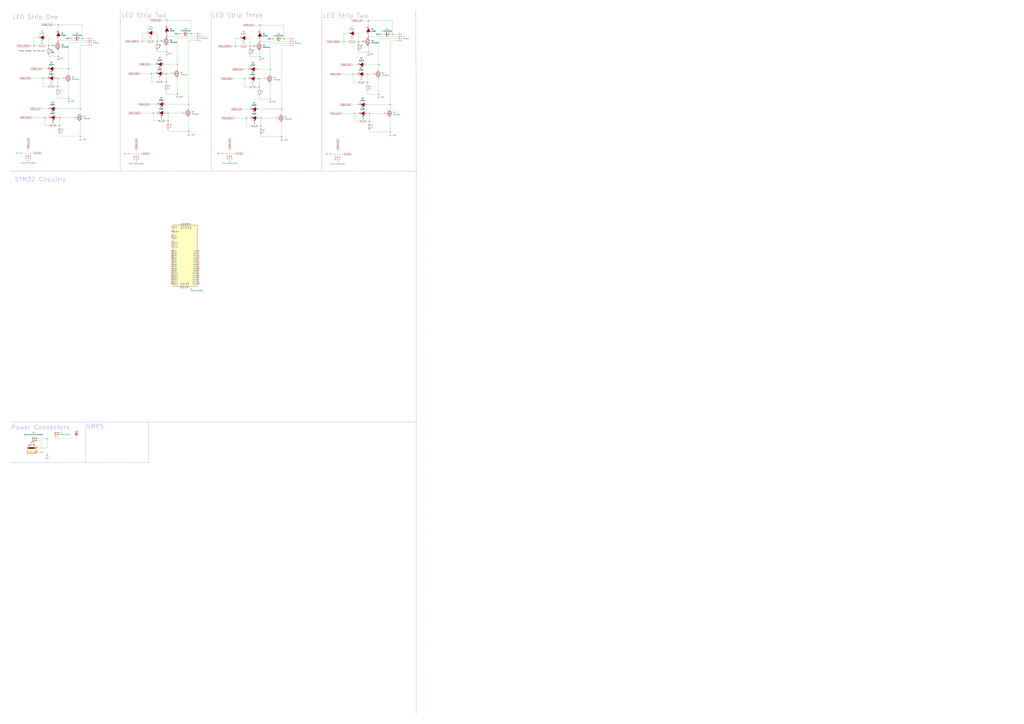
<source format=kicad_sch>
(kicad_sch (version 20211123) (generator eeschema)
  (paper "A0")
  (lib_symbols
    (symbol "Connector:Conn_01x03_Male" (pin_names (offset 1.016) hide)
      (property "Reference" "J" (at 0 5.08 0))
      (property "Value" "Conn_01x03_Male" (at 0 -5.08 0))
      (symbol "Conn_01x03_Male_1_1"
        (polyline (pts (xy 1.27 -2.54) (xy 0.8636 -2.54)) (stroke (width 0.1524)))
        (polyline (pts (xy 1.27 0) (xy 0.8636 0)) (stroke (width 0.1524)))
        (polyline (pts (xy 1.27 2.54) (xy 0.8636 2.54)) (stroke (width 0.1524)))
        (rectangle (start 0.8636 -2.413) (end 0 -2.667) (stroke (width 0.1524)) (fill (type outline)))
        (rectangle (start 0.8636 0.127) (end 0 -0.127) (stroke (width 0.1524)) (fill (type outline)))
        (rectangle (start 0.8636 2.667) (end 0 2.413) (stroke (width 0.1524)) (fill (type outline)))
        (pin passive line (at 5.08 2.54 180) (length 3.81) (name "Pin_1") (number "1"))
        (pin passive line (at 5.08 0 180) (length 3.81) (name "Pin_2") (number "2"))
        (pin passive line (at 5.08 -2.54 180) (length 3.81) (name "Pin_3") (number "3"))
      )
    )
    (symbol "Connector:Conn_01x04_Male" (pin_names (offset 1.016) hide)
      (property "Reference" "J" (at 0 5.08 0))
      (property "Value" "Conn_01x04_Male" (at 0 -7.62 0))
      (symbol "Conn_01x04_Male_1_1"
        (polyline (pts (xy 1.27 -5.08) (xy 0.8636 -5.08)) (stroke (width 0.1524)))
        (polyline (pts (xy 1.27 -2.54) (xy 0.8636 -2.54)) (stroke (width 0.1524)))
        (polyline (pts (xy 1.27 0) (xy 0.8636 0)) (stroke (width 0.1524)))
        (polyline (pts (xy 1.27 2.54) (xy 0.8636 2.54)) (stroke (width 0.1524)))
        (rectangle (start 0.8636 -4.953) (end 0 -5.207) (stroke (width 0.1524)) (fill (type outline)))
        (rectangle (start 0.8636 -2.413) (end 0 -2.667) (stroke (width 0.1524)) (fill (type outline)))
        (rectangle (start 0.8636 0.127) (end 0 -0.127) (stroke (width 0.1524)) (fill (type outline)))
        (rectangle (start 0.8636 2.667) (end 0 2.413) (stroke (width 0.1524)) (fill (type outline)))
        (pin passive line (at 5.08 2.54 180) (length 3.81) (name "Pin_1") (number "1"))
        (pin passive line (at 5.08 0 180) (length 3.81) (name "Pin_2") (number "2"))
        (pin passive line (at 5.08 -2.54 180) (length 3.81) (name "Pin_3") (number "3"))
        (pin passive line (at 5.08 -5.08 180) (length 3.81) (name "Pin_4") (number "4"))
      )
    )
    (symbol "Connector:Jack-DC" (pin_names (offset 1.016))
      (property "Reference" "J" (at 0 5.334 0))
      (property "Value" "Jack-DC" (at 0 -5.08 0))
      (symbol "Jack-DC_0_1"
        (rectangle (start -5.08 3.81) (end 5.08 -3.81) (stroke (width 0.254)) (fill (type background)))
        (arc (start -3.302 3.175) (mid -3.937 2.54) (end -3.302 1.905) (stroke (width 0.254)))
        (arc (start -3.302 3.175) (mid -3.937 2.54) (end -3.302 1.905) (stroke (width 0.254)) (fill (type outline)))
        (polyline (pts (xy 5.08 2.54) (xy 3.81 2.54)) (stroke (width 0.254)))
        (polyline (pts (xy -3.81 -2.54) (xy -2.54 -2.54) (xy -1.27 -1.27) (xy 0 -2.54) (xy 2.54 -2.54) (xy 5.08 -2.54)) (stroke (width 0.254)))
        (rectangle (start 3.683 3.175) (end -3.302 1.905) (stroke (width 0.254)) (fill (type outline)))
      )
      (symbol "Jack-DC_1_1"
        (pin passive line (at 7.62 2.54 180) (length 2.54) (name "~") (number "1"))
        (pin passive line (at 7.62 -2.54 180) (length 2.54) (name "~") (number "2"))
      )
    )
    (symbol "Connector:Screw_Terminal_01x02" (pin_names (offset 1.016) hide)
      (property "Reference" "J" (at 0 2.54 0))
      (property "Value" "Screw_Terminal_01x02" (at 0 -5.08 0))
      (symbol "Screw_Terminal_01x02_1_1"
        (rectangle (start -1.27 1.27) (end 1.27 -3.81) (stroke (width 0.254)) (fill (type background)))
        (circle (center 0 -2.54) (radius 0.635) (stroke (width 0.1524)))
        (polyline (pts (xy -0.5334 -2.2098) (xy 0.3302 -3.048)) (stroke (width 0.1524)))
        (polyline (pts (xy -0.5334 0.3302) (xy 0.3302 -0.508)) (stroke (width 0.1524)))
        (polyline (pts (xy -0.3556 -2.032) (xy 0.508 -2.8702)) (stroke (width 0.1524)))
        (polyline (pts (xy -0.3556 0.508) (xy 0.508 -0.3302)) (stroke (width 0.1524)))
        (circle (center 0 0) (radius 0.635) (stroke (width 0.1524)))
        (pin passive line (at -5.08 0 0) (length 3.81) (name "Pin_1") (number "1"))
        (pin passive line (at -5.08 -2.54 0) (length 3.81) (name "Pin_2") (number "2"))
      )
    )
    (symbol "Device:C_Polarized" (pin_numbers hide) (pin_names (offset 0.254))
      (property "Reference" "C" (at 0.635 2.54 0))
      (property "Value" "C_Polarized" (at 0.635 -2.54 0))
      (symbol "C_Polarized_0_1"
        (rectangle (start -2.286 0.508) (end 2.286 1.016))
        (polyline (pts (xy -1.778 2.286) (xy -0.762 2.286)))
        (polyline (pts (xy -1.27 2.794) (xy -1.27 1.778)))
        (rectangle (start 2.286 -0.508) (end -2.286 -1.016) (fill (type outline)))
      )
      (symbol "C_Polarized_1_1"
        (pin passive line (at 0 3.81 270) (length 2.794) (name "~") (number "1"))
        (pin passive line (at 0 -3.81 90) (length 2.794) (name "~") (number "2"))
      )
    )
    (symbol "Device:R" (pin_numbers hide) (pin_names (offset 0))
      (property "Reference" "R" (at 2.032 0 90))
      (property "Value" "R" (at 0 0 90))
      (symbol "R_0_1"
        (rectangle (start -1.016 -2.54) (end 1.016 2.54) (stroke (width 0.254)))
      )
      (symbol "R_1_1"
        (pin passive line (at 0 3.81 270) (length 1.27) (name "~") (number "1"))
        (pin passive line (at 0 -3.81 90) (length 1.27) (name "~") (number "2"))
      )
    )
    (symbol "MCU_ST_STM32F1:STM32F103C8Tx"
      (property "Reference" "U" (at -15.24 36.83 0))
      (property "Value" "STM32F103C8Tx" (at 7.62 36.83 0))
      (symbol "STM32F103C8Tx_0_1"
        (rectangle (start -15.24 -35.56) (end 12.7 35.56) (stroke (width 0.254)) (fill (type background)))
      )
      (symbol "STM32F103C8Tx_1_1"
        (pin power_in line (at -5.08 38.1 270) (length 2.54) (name "VBAT") (number "1"))
        (pin bidirectional line (at 15.24 5.08 180) (length 2.54) (name "PA0") (number "10"))
        (pin bidirectional line (at 15.24 2.54 180) (length 2.54) (name "PA1") (number "11"))
        (pin bidirectional line (at 15.24 0 180) (length 2.54) (name "PA2") (number "12"))
        (pin bidirectional line (at 15.24 -2.54 180) (length 2.54) (name "PA3") (number "13"))
        (pin bidirectional line (at 15.24 -5.08 180) (length 2.54) (name "PA4") (number "14"))
        (pin bidirectional line (at 15.24 -7.62 180) (length 2.54) (name "PA5") (number "15"))
        (pin bidirectional line (at 15.24 -10.16 180) (length 2.54) (name "PA6") (number "16"))
        (pin bidirectional line (at 15.24 -12.7 180) (length 2.54) (name "PA7") (number "17"))
        (pin bidirectional line (at -17.78 5.08 0) (length 2.54) (name "PB0") (number "18"))
        (pin bidirectional line (at -17.78 2.54 0) (length 2.54) (name "PB1") (number "19"))
        (pin bidirectional line (at -17.78 15.24 0) (length 2.54) (name "PC13") (number "2"))
        (pin bidirectional line (at -17.78 0 0) (length 2.54) (name "PB2") (number "20"))
        (pin bidirectional line (at -17.78 -20.32 0) (length 2.54) (name "PB10") (number "21"))
        (pin bidirectional line (at -17.78 -22.86 0) (length 2.54) (name "PB11") (number "22"))
        (pin power_in line (at -5.08 -38.1 90) (length 2.54) (name "VSS") (number "23"))
        (pin power_in line (at -2.54 38.1 270) (length 2.54) (name "VDD") (number "24"))
        (pin bidirectional line (at -17.78 -25.4 0) (length 2.54) (name "PB12") (number "25"))
        (pin bidirectional line (at -17.78 -27.94 0) (length 2.54) (name "PB13") (number "26"))
        (pin bidirectional line (at -17.78 -30.48 0) (length 2.54) (name "PB14") (number "27"))
        (pin bidirectional line (at -17.78 -33.02 0) (length 2.54) (name "PB15") (number "28"))
        (pin bidirectional line (at 15.24 -15.24 180) (length 2.54) (name "PA8") (number "29"))
        (pin bidirectional line (at -17.78 12.7 0) (length 2.54) (name "PC14") (number "3"))
        (pin bidirectional line (at 15.24 -17.78 180) (length 2.54) (name "PA9") (number "30"))
        (pin bidirectional line (at 15.24 -20.32 180) (length 2.54) (name "PA10") (number "31"))
        (pin bidirectional line (at 15.24 -22.86 180) (length 2.54) (name "PA11") (number "32"))
        (pin bidirectional line (at 15.24 -25.4 180) (length 2.54) (name "PA12") (number "33"))
        (pin bidirectional line (at 15.24 -27.94 180) (length 2.54) (name "PA13") (number "34"))
        (pin power_in line (at -2.54 -38.1 90) (length 2.54) (name "VSS") (number "35"))
        (pin power_in line (at 0 38.1 270) (length 2.54) (name "VDD") (number "36"))
        (pin bidirectional line (at 15.24 -30.48 180) (length 2.54) (name "PA14") (number "37"))
        (pin bidirectional line (at 15.24 -33.02 180) (length 2.54) (name "PA15") (number "38"))
        (pin bidirectional line (at -17.78 -2.54 0) (length 2.54) (name "PB3") (number "39"))
        (pin bidirectional line (at -17.78 10.16 0) (length 2.54) (name "PC15") (number "4"))
        (pin bidirectional line (at -17.78 -5.08 0) (length 2.54) (name "PB4") (number "40"))
        (pin bidirectional line (at -17.78 -7.62 0) (length 2.54) (name "PB5") (number "41"))
        (pin bidirectional line (at -17.78 -10.16 0) (length 2.54) (name "PB6") (number "42"))
        (pin bidirectional line (at -17.78 -12.7 0) (length 2.54) (name "PB7") (number "43"))
        (pin input line (at -17.78 27.94 0) (length 2.54) (name "BOOT0") (number "44"))
        (pin bidirectional line (at -17.78 -15.24 0) (length 2.54) (name "PB8") (number "45"))
        (pin bidirectional line (at -17.78 -17.78 0) (length 2.54) (name "PB9") (number "46"))
        (pin power_in line (at 0 -38.1 90) (length 2.54) (name "VSS") (number "47"))
        (pin power_in line (at 2.54 38.1 270) (length 2.54) (name "VDD") (number "48"))
        (pin input line (at -17.78 22.86 0) (length 2.54) (name "PD0") (number "5"))
        (pin input line (at -17.78 20.32 0) (length 2.54) (name "PD1") (number "6"))
        (pin input line (at -17.78 33.02 0) (length 2.54) (name "NRST") (number "7"))
        (pin power_in line (at 2.54 -38.1 90) (length 2.54) (name "VSSA") (number "8"))
        (pin power_in line (at 5.08 38.1 270) (length 2.54) (name "VDDA") (number "9"))
      )
    )
    (symbol "Transistor_FET:IRF540N" (pin_names hide)
      (property "Reference" "Q" (at 6.35 1.905 0))
      (property "Value" "IRF540N" (at 6.35 0 0))
      (symbol "IRF540N_0_1"
        (polyline (pts (xy 0.254 0) (xy -2.54 0)))
        (polyline (pts (xy 0.254 1.905) (xy 0.254 -1.905)) (stroke (width 0.254)))
        (polyline (pts (xy 0.762 -1.27) (xy 0.762 -2.286)) (stroke (width 0.254)))
        (polyline (pts (xy 0.762 0.508) (xy 0.762 -0.508)) (stroke (width 0.254)))
        (polyline (pts (xy 0.762 2.286) (xy 0.762 1.27)) (stroke (width 0.254)))
        (polyline (pts (xy 2.54 2.54) (xy 2.54 1.778)))
        (polyline (pts (xy 2.54 -2.54) (xy 2.54 0) (xy 0.762 0)))
        (polyline (pts (xy 0.762 -1.778) (xy 3.302 -1.778) (xy 3.302 1.778) (xy 0.762 1.778)))
        (polyline (pts (xy 1.016 0) (xy 2.032 0.381) (xy 2.032 -0.381) (xy 1.016 0)) (fill (type outline)))
        (polyline (pts (xy 2.794 0.508) (xy 2.921 0.381) (xy 3.683 0.381) (xy 3.81 0.254)))
        (polyline (pts (xy 3.302 0.381) (xy 2.921 -0.254) (xy 3.683 -0.254) (xy 3.302 0.381)))
        (circle (center 1.651 0) (radius 2.794) (stroke (width 0.254)))
        (circle (center 2.54 -1.778) (radius 0.254) (fill (type outline)))
        (circle (center 2.54 1.778) (radius 0.254) (fill (type outline)))
      )
      (symbol "IRF540N_1_1"
        (pin input line (at -5.08 0 0) (length 2.54) (name "G") (number "1"))
        (pin passive line (at 2.54 5.08 270) (length 2.54) (name "D") (number "2"))
        (pin passive line (at 2.54 -5.08 90) (length 2.54) (name "S") (number "3"))
      )
    )
    (symbol "power:+5V" (power) (pin_names (offset 0))
      (property "Value" "+5V" (at 0 3.556 0))
      (symbol "+5V_0_1"
        (polyline (pts (xy -0.762 1.27) (xy 0 2.54)))
        (polyline (pts (xy 0 0) (xy 0 2.54)))
        (polyline (pts (xy 0 2.54) (xy 0.762 1.27)))
      )
      (symbol "+5V_1_1"
        (pin power_in line (at 0 0 90) (length 0) hide (name "+5V") (number "1"))
      )
    )
    (symbol "power:+VDC" (power) (pin_names (offset 0))
      (property "Value" "+VDC" (at 0 6.35 0))
      (symbol "+VDC_0_1"
        (polyline (pts (xy -1.143 3.175) (xy 1.143 3.175)) (stroke (width 0.508)))
        (polyline (pts (xy 0 0) (xy 0 1.27)))
        (polyline (pts (xy 0 2.032) (xy 0 4.318)) (stroke (width 0.508)))
        (circle (center 0 3.175) (radius 1.905) (stroke (width 0.254)))
      )
      (symbol "+VDC_1_1"
        (pin power_in line (at 0 0 90) (length 0) hide (name "+VDC") (number "1"))
      )
    )
    (symbol "power:GND" (power) (pin_names (offset 0))
      (property "Value" "GND" (at 0 -3.81 0))
      (symbol "GND_0_1"
        (polyline (pts (xy 0 0) (xy 0 -1.27) (xy 1.27 -1.27) (xy 0 -2.54) (xy -1.27 -1.27) (xy 0 -1.27)))
      )
      (symbol "GND_1_1"
        (pin power_in line (at 0 0 270) (length 0) hide (name "GND") (number "1"))
      )
    )
    (symbol "pspice:DIODE" (pin_names (offset 1.016) hide)
      (property "Reference" "D" (at 0 3.81 0))
      (property "Value" "DIODE" (at 0 -4.445 0))
      (symbol "DIODE_0_1"
        (polyline (pts (xy 1.905 2.54) (xy 1.905 -2.54)))
        (polyline (pts (xy -1.905 2.54) (xy -1.905 -2.54) (xy 1.905 0)) (fill (type outline)))
      )
      (symbol "DIODE_1_1"
        (pin input line (at -5.08 0 0) (length 3.81) (name "K") (number "1"))
        (pin input line (at 5.08 0 180) (length 3.81) (name "A") (number "2"))
      )
    )
  )
  (junction (at 219.202 152.908))
  (junction (at 303.022 146.304))
  (junction (at 69.088 145.796))
  (junction (at 429.006 140.97))
  (junction (at 182.372 48.006))
  (junction (at 67.056 90.932))
  (junction (at 205.994 74.676))
  (junction (at 56.388 53.34))
  (junction (at 193.802 41.91))
  (junction (at 427.736 60.706))
  (junction (at 301.752 66.04))
  (junction (at 409.956 86.106))
  (junction (at 93.218 126.492))
  (junction (at 429.006 131.826))
  (junction (at 219.202 121.158))
  (junction (at 411.988 131.826))
  (junction (at 165.354 48.006))
  (junction (at 39.37 53.34))
  (junction (at 93.218 158.242))
  (junction (at 300.99 91.44))
  (junction (at 286.004 137.16))
  (junction (at 67.818 28.702))
  (junction (at 416.306 48.514))
  (junction (at 453.136 121.666))
  (junction (at 67.818 65.532))
  (junction (at 329.692 45.212))
  (junction (at 439.928 75.184))
  (junction (at 273.304 53.848))
  (junction (at 426.974 86.106))
  (junction (at 300.99 101.092))
  (junction (at 95.758 44.704))
  (junction (at 193.04 95.25))
  (junction (at 69.088 136.652))
  (junction (at 399.288 48.514))
  (junction (at 327.152 127))
  (junction (at 427.736 23.876))
  (junction (at 195.072 131.318))
  (junction (at 52.07 136.652))
  (junction (at 283.972 91.44))
  (junction (at 50.038 90.932))
  (junction (at 303.022 137.16))
  (junction (at 327.152 158.75))
  (junction (at 313.944 115.062))
  (junction (at 426.974 95.758))
  (junction (at 80.01 80.01))
  (junction (at 453.136 153.416))
  (junction (at 67.818 47.244))
  (junction (at 301.752 47.752))
  (junction (at 48.006 525.78))
  (junction (at 313.944 80.518))
  (junction (at 290.322 53.848))
  (junction (at 176.022 85.598))
  (junction (at 205.994 109.22))
  (junction (at 193.04 85.598))
  (junction (at 193.802 60.198))
  (junction (at 195.072 140.462))
  (junction (at 54.61 509.524))
  (junction (at 193.802 23.368))
  (junction (at 455.676 39.878))
  (junction (at 439.928 109.728))
  (junction (at 427.736 42.418))
  (junction (at 80.01 114.554))
  (junction (at 178.054 131.318))
  (junction (at 67.056 100.584))
  (junction (at 301.752 29.21))
  (junction (at 221.742 39.37))
  (polyline (pts (xy 373.38 12.7) (xy 373.38 198.374)))
  (wire (pts (xy 169.672 38.354) (xy 165.354 38.354)))
  (wire (pts (xy 67.056 110.49) (xy 67.056 114.554)))
  (wire (pts (xy 67.818 47.244) (xy 67.818 44.958)))
  (wire (pts (xy 67.31 509.524) (xy 67.31 508.762)))
  (wire (pts (xy 427.736 42.418) (xy 427.736 43.434)))
  (wire (pts (xy 329.692 29.21) (xy 329.692 45.212)))
  (wire (pts (xy 426.974 86.106) (xy 432.308 86.106)))
  (polyline (pts (xy 11.938 537.21) (xy 99.568 537.21)))
  (wire (pts (xy 67.818 65.532) (xy 67.818 67.31)))
  (wire (pts (xy 461.518 47.498) (xy 453.136 47.498)))
  (wire (pts (xy 32.766 173.482) (xy 32.766 179.578)))
  (wire (pts (xy 25.654 177.8) (xy 30.226 177.8)))
  (wire (pts (xy 313.944 50.292) (xy 335.534 50.292)))
  (wire (pts (xy 163.83 131.318) (xy 178.054 131.318)))
  (polyline (pts (xy 172.466 537.21) (xy 172.466 490.22)))
  (wire (pts (xy 67.056 90.932) (xy 67.056 100.584)))
  (wire (pts (xy 327.406 45.212) (xy 329.692 45.212)))
  (wire (pts (xy 44.196 525.78) (xy 48.006 525.78)))
  (wire (pts (xy 427.736 60.706) (xy 427.736 62.484)))
  (wire (pts (xy 193.802 41.91) (xy 193.802 39.624)))
  (polyline (pts (xy 99.568 537.21) (xy 172.466 537.21)))
  (wire (pts (xy 461.518 39.878) (xy 455.676 39.878)))
  (polyline (pts (xy 139.446 12.192) (xy 139.446 197.866)))
  (wire (pts (xy 301.752 58.928) (xy 301.752 66.04)))
  (wire (pts (xy 269.24 178.308) (xy 273.05 178.308)))
  (wire (pts (xy 56.388 63.246) (xy 56.388 65.532)))
  (wire (pts (xy 298.704 80.518) (xy 313.944 80.518)))
  (wire (pts (xy 443.992 39.878) (xy 445.77 39.878)))
  (wire (pts (xy 176.022 85.598) (xy 180.34 85.598)))
  (wire (pts (xy 300.99 110.998) (xy 300.99 115.062)))
  (wire (pts (xy 427.736 53.594) (xy 427.736 60.706)))
  (wire (pts (xy 182.372 57.912) (xy 182.372 60.198)))
  (wire (pts (xy 160.782 180.34) (xy 160.782 178.562)))
  (wire (pts (xy 36.576 90.932) (xy 50.038 90.932)))
  (wire (pts (xy 65.278 145.796) (xy 69.088 145.796)))
  (wire (pts (xy 64.77 80.01) (xy 80.01 80.01)))
  (wire (pts (xy 211.582 131.318) (xy 195.072 131.318)))
  (wire (pts (xy 219.202 46.99) (xy 219.202 121.158)))
  (wire (pts (xy 67.818 47.244) (xy 67.818 48.26)))
  (wire (pts (xy 416.306 60.706) (xy 427.736 60.706)))
  (wire (pts (xy 426.974 105.664) (xy 426.974 109.728)))
  (wire (pts (xy 303.022 137.16) (xy 303.022 146.304)))
  (wire (pts (xy 453.136 121.666) (xy 453.136 126.746)))
  (wire (pts (xy 54.61 509.524) (xy 43.942 509.524)))
  (wire (pts (xy 176.022 85.598) (xy 176.022 95.25)))
  (wire (pts (xy 290.322 66.04) (xy 301.752 66.04)))
  (wire (pts (xy 429.006 153.416) (xy 453.136 153.416)))
  (wire (pts (xy 290.322 44.196) (xy 290.322 53.848)))
  (wire (pts (xy 64.77 508.762) (xy 64.77 509.524)))
  (wire (pts (xy 187.706 23.368) (xy 193.802 23.368)))
  (wire (pts (xy 319.532 137.16) (xy 303.022 137.16)))
  (wire (pts (xy 44.196 520.7) (xy 54.61 520.7)))
  (wire (pts (xy 313.944 80.518) (xy 313.944 86.36)))
  (wire (pts (xy 300.228 127) (xy 327.152 127)))
  (wire (pts (xy 395.478 48.514) (xy 399.288 48.514)))
  (polyline (pts (xy 12.192 490.22) (xy 483.362 490.22)))
  (wire (pts (xy 205.994 44.45) (xy 205.994 74.676)))
  (wire (pts (xy 193.802 41.91) (xy 193.802 42.926)))
  (wire (pts (xy 93.218 126.492) (xy 93.218 131.572)))
  (wire (pts (xy 283.972 91.44) (xy 288.29 91.44)))
  (wire (pts (xy 43.942 512.064) (xy 48.006 512.064)))
  (wire (pts (xy 439.928 109.728) (xy 439.928 111.506)))
  (wire (pts (xy 299.212 146.304) (xy 303.022 146.304)))
  (wire (pts (xy 193.04 85.598) (xy 198.374 85.598)))
  (wire (pts (xy 151.13 178.562) (xy 155.702 178.562)))
  (wire (pts (xy 301.752 47.752) (xy 335.534 47.752)))
  (wire (pts (xy 264.16 178.308) (xy 264.16 180.086)))
  (wire (pts (xy 416.306 58.42) (xy 416.306 60.706)))
  (wire (pts (xy 182.372 48.006) (xy 182.372 50.292)))
  (polyline (pts (xy 99.568 537.21) (xy 99.568 490.22)))
  (wire (pts (xy 396.494 86.106) (xy 409.956 86.106)))
  (wire (pts (xy 429.006 140.97) (xy 429.006 143.256)))
  (wire (pts (xy 93.218 52.324) (xy 93.218 126.492)))
  (wire (pts (xy 453.136 47.498) (xy 453.136 121.666)))
  (wire (pts (xy 80.01 49.784) (xy 101.6 49.784)))
  (wire (pts (xy 327.152 142.24) (xy 327.152 158.75)))
  (wire (pts (xy 297.18 101.092) (xy 300.99 101.092)))
  (wire (pts (xy 303.022 158.75) (xy 327.152 158.75)))
  (wire (pts (xy 193.04 109.22) (xy 205.994 109.22)))
  (wire (pts (xy 37.846 136.652) (xy 52.07 136.652)))
  (wire (pts (xy 193.802 60.198) (xy 193.802 61.976)))
  (wire (pts (xy 205.994 109.22) (xy 205.994 110.998)))
  (wire (pts (xy 327.152 158.75) (xy 327.152 161.29)))
  (wire (pts (xy 429.006 131.826) (xy 429.006 140.97)))
  (wire (pts (xy 290.322 53.848) (xy 290.322 56.134)))
  (wire (pts (xy 67.818 28.702) (xy 95.758 28.702)))
  (wire (pts (xy 182.372 60.198) (xy 193.802 60.198)))
  (wire (pts (xy 282.956 80.518) (xy 288.544 80.518)))
  (wire (pts (xy 313.944 50.292) (xy 313.944 80.518)))
  (polyline (pts (xy 11.684 198.628) (xy 483.362 198.882)))
  (wire (pts (xy 427.736 23.876) (xy 427.736 29.972)))
  (wire (pts (xy 300.99 91.44) (xy 300.99 101.092)))
  (wire (pts (xy 219.202 136.398) (xy 219.202 152.908)))
  (wire (pts (xy 259.588 178.308) (xy 264.16 178.308)))
  (wire (pts (xy 423.164 95.758) (xy 426.974 95.758)))
  (wire (pts (xy 394.716 179.07) (xy 398.526 179.07)))
  (wire (pts (xy 178.054 131.318) (xy 178.054 140.462)))
  (wire (pts (xy 429.006 131.826) (xy 426.212 131.826)))
  (wire (pts (xy 63.246 100.584) (xy 67.056 100.584)))
  (wire (pts (xy 195.072 140.462) (xy 195.072 142.748)))
  (wire (pts (xy 189.23 95.25) (xy 193.04 95.25)))
  (wire (pts (xy 39.37 43.688) (xy 39.37 53.34)))
  (wire (pts (xy 313.944 115.062) (xy 313.944 116.84)))
  (wire (pts (xy 54.61 509.524) (xy 64.77 509.524)))
  (wire (pts (xy 290.322 63.754) (xy 290.322 66.04)))
  (wire (pts (xy 318.008 45.212) (xy 319.786 45.212)))
  (wire (pts (xy 52.07 136.652) (xy 56.134 136.652)))
  (wire (pts (xy 385.064 179.07) (xy 389.636 179.07)))
  (wire (pts (xy 193.04 85.598) (xy 193.04 95.25)))
  (wire (pts (xy 162.56 85.598) (xy 176.022 85.598)))
  (wire (pts (xy 424.434 86.106) (xy 426.974 86.106)))
  (wire (pts (xy 193.04 105.156) (xy 193.04 109.22)))
  (wire (pts (xy 416.306 48.514) (xy 416.306 50.8)))
  (wire (pts (xy 66.294 126.492) (xy 93.218 126.492)))
  (wire (pts (xy 101.6 52.324) (xy 93.218 52.324)))
  (wire (pts (xy 50.038 90.932) (xy 54.356 90.932)))
  (wire (pts (xy 30.226 177.8) (xy 30.226 179.578)))
  (wire (pts (xy 48.006 126.492) (xy 56.134 126.492)))
  (wire (pts (xy 439.928 44.958) (xy 439.928 75.184)))
  (wire (pts (xy 445.516 131.826) (xy 429.006 131.826)))
  (wire (pts (xy 49.022 80.01) (xy 54.61 80.01)))
  (wire (pts (xy 56.388 53.34) (xy 60.198 53.34)))
  (wire (pts (xy 301.752 29.21) (xy 301.752 35.306)))
  (wire (pts (xy 429.006 150.876) (xy 429.006 153.416)))
  (wire (pts (xy 409.956 86.106) (xy 409.956 95.758)))
  (wire (pts (xy 303.022 146.304) (xy 303.022 148.59)))
  (wire (pts (xy 35.306 179.578) (xy 35.306 177.8)))
  (wire (pts (xy 67.818 28.702) (xy 67.818 34.798)))
  (wire (pts (xy 219.456 39.37) (xy 221.742 39.37)))
  (wire (pts (xy 277.622 44.196) (xy 273.304 44.196)))
  (wire (pts (xy 453.136 153.416) (xy 453.136 155.956)))
  (wire (pts (xy 286.004 146.304) (xy 291.592 146.304)))
  (wire (pts (xy 412.496 48.514) (xy 416.306 48.514)))
  (wire (pts (xy 426.974 86.106) (xy 426.974 95.758)))
  (wire (pts (xy 424.688 75.184) (xy 439.928 75.184)))
  (wire (pts (xy 67.056 100.584) (xy 67.056 102.87)))
  (wire (pts (xy 409.956 86.106) (xy 414.274 86.106)))
  (wire (pts (xy 52.07 145.796) (xy 57.658 145.796)))
  (wire (pts (xy 190.754 74.676) (xy 205.994 74.676)))
  (wire (pts (xy 427.736 23.876) (xy 455.676 23.876)))
  (wire (pts (xy 182.372 38.354) (xy 182.372 48.006)))
  (wire (pts (xy 439.928 75.184) (xy 439.928 81.026)))
  (wire (pts (xy 389.636 179.07) (xy 389.636 180.848)))
  (wire (pts (xy 298.45 91.44) (xy 300.99 91.44)))
  (wire (pts (xy 421.64 23.876) (xy 427.736 23.876)))
  (wire (pts (xy 301.752 47.752) (xy 301.752 48.768)))
  (wire (pts (xy 93.218 158.242) (xy 93.218 160.782)))
  (wire (pts (xy 67.818 58.42) (xy 67.818 65.532)))
  (wire (pts (xy 426.974 109.728) (xy 439.928 109.728)))
  (wire (pts (xy 397.764 131.826) (xy 411.988 131.826)))
  (wire (pts (xy 161.544 48.006) (xy 165.354 48.006)))
  (wire (pts (xy 69.088 158.242) (xy 93.218 158.242)))
  (wire (pts (xy 221.742 23.368) (xy 221.742 39.37)))
  (wire (pts (xy 453.39 39.878) (xy 455.676 39.878)))
  (wire (pts (xy 155.702 178.562) (xy 155.702 180.34)))
  (wire (pts (xy 205.994 90.678) (xy 205.994 109.22)))
  (wire (pts (xy 219.202 121.158) (xy 219.202 126.238)))
  (wire (pts (xy 411.988 131.826) (xy 416.052 131.826)))
  (wire (pts (xy 227.584 46.99) (xy 219.202 46.99)))
  (wire (pts (xy 178.054 131.318) (xy 182.118 131.318)))
  (wire (pts (xy 271.78 137.16) (xy 286.004 137.16)))
  (wire (pts (xy 219.202 152.908) (xy 219.202 155.448)))
  (wire (pts (xy 300.99 115.062) (xy 313.944 115.062)))
  (wire (pts (xy 286.004 137.16) (xy 286.004 146.304)))
  (wire (pts (xy 53.848 43.688) (xy 56.388 43.688)))
  (wire (pts (xy 193.802 23.368) (xy 193.802 29.464)))
  (wire (pts (xy 411.988 131.826) (xy 411.988 140.97)))
  (wire (pts (xy 80.01 96.012) (xy 80.01 114.554)))
  (wire (pts (xy 295.656 29.21) (xy 301.752 29.21)))
  (wire (pts (xy 56.388 65.532) (xy 67.818 65.532)))
  (wire (pts (xy 195.072 152.908) (xy 219.202 152.908)))
  (wire (pts (xy 64.516 90.932) (xy 67.056 90.932)))
  (wire (pts (xy 61.722 28.702) (xy 67.818 28.702)))
  (wire (pts (xy 95.758 28.702) (xy 95.758 44.704)))
  (wire (pts (xy 269.24 180.086) (xy 269.24 178.308)))
  (wire (pts (xy 80.01 114.554) (xy 80.01 116.332)))
  (wire (pts (xy 327.152 52.832) (xy 327.152 127)))
  (wire (pts (xy 416.306 48.514) (xy 420.116 48.514)))
  (wire (pts (xy 35.56 53.34) (xy 39.37 53.34)))
  (wire (pts (xy 54.61 527.558) (xy 54.61 525.78)))
  (wire (pts (xy 193.802 23.368) (xy 221.742 23.368)))
  (wire (pts (xy 176.022 95.25) (xy 181.61 95.25)))
  (wire (pts (xy 35.306 177.8) (xy 39.116 177.8)))
  (wire (pts (xy 50.038 100.584) (xy 55.626 100.584)))
  (wire (pts (xy 158.242 174.244) (xy 158.242 180.34)))
  (wire (pts (xy 195.072 150.368) (xy 195.072 152.908)))
  (wire (pts (xy 160.782 178.562) (xy 164.592 178.562)))
  (wire (pts (xy 273.304 53.848) (xy 278.892 53.848)))
  (wire (pts (xy 335.534 52.832) (xy 327.152 52.832)))
  (wire (pts (xy 56.388 53.34) (xy 56.388 55.626)))
  (wire (pts (xy 50.038 90.932) (xy 50.038 100.584)))
  (wire (pts (xy 190.5 85.598) (xy 193.04 85.598)))
  (wire (pts (xy 195.072 131.318) (xy 192.278 131.318)))
  (wire (pts (xy 193.802 41.91) (xy 227.584 41.91)))
  (wire (pts (xy 205.994 74.676) (xy 205.994 80.518)))
  (polyline (pts (xy 172.466 490.22) (xy 172.72 490.22)))
  (wire (pts (xy 178.054 140.462) (xy 183.642 140.462)))
  (polyline (pts (xy 483.362 490.22) (xy 483.362 829.056)))
  (wire (pts (xy 193.802 53.086) (xy 193.802 60.198)))
  (wire (pts (xy 54.61 509.524) (xy 54.61 520.7)))
  (wire (pts (xy 286.512 53.848) (xy 290.322 53.848)))
  (wire (pts (xy 411.988 140.97) (xy 417.576 140.97)))
  (wire (pts (xy 286.004 137.16) (xy 290.068 137.16)))
  (wire (pts (xy 453.136 136.906) (xy 453.136 153.416)))
  (wire (pts (xy 69.088 145.796) (xy 69.088 148.082)))
  (wire (pts (xy 67.818 47.244) (xy 101.6 47.244)))
  (wire (pts (xy 54.61 525.78) (xy 48.006 525.78)))
  (wire (pts (xy 335.534 45.212) (xy 329.692 45.212)))
  (wire (pts (xy 281.94 127) (xy 290.068 127)))
  (wire (pts (xy 303.022 137.16) (xy 300.228 137.16)))
  (wire (pts (xy 52.578 53.34) (xy 56.388 53.34)))
  (wire (pts (xy 69.088 136.652) (xy 66.294 136.652)))
  (wire (pts (xy 101.6 44.704) (xy 95.758 44.704)))
  (wire (pts (xy 192.278 121.158) (xy 219.202 121.158)))
  (wire (pts (xy 84.074 44.704) (xy 85.852 44.704)))
  (wire (pts (xy 394.716 180.848) (xy 394.716 179.07)))
  (wire (pts (xy 392.176 174.752) (xy 392.176 180.848)))
  (wire (pts (xy 80.01 49.784) (xy 80.01 80.01)))
  (wire (pts (xy 455.676 23.876) (xy 455.676 39.878)))
  (wire (pts (xy 439.928 44.958) (xy 461.518 44.958)))
  (wire (pts (xy 210.058 39.37) (xy 211.836 39.37)))
  (wire (pts (xy 301.752 47.752) (xy 301.752 45.466)))
  (wire (pts (xy 426.212 121.666) (xy 453.136 121.666)))
  (wire (pts (xy 408.94 75.184) (xy 414.528 75.184)))
  (wire (pts (xy 425.196 140.97) (xy 429.006 140.97)))
  (wire (pts (xy 39.37 53.34) (xy 44.958 53.34)))
  (wire (pts (xy 399.288 48.514) (xy 404.876 48.514)))
  (wire (pts (xy 67.056 114.554) (xy 80.01 114.554)))
  (wire (pts (xy 300.99 101.092) (xy 300.99 103.378)))
  (wire (pts (xy 273.304 44.196) (xy 273.304 53.848)))
  (polyline (pts (xy 482.854 12.192) (xy 483.362 198.882)))
  (polyline (pts (xy 483.362 198.628) (xy 483.362 490.22)))
  (wire (pts (xy 52.07 136.652) (xy 52.07 145.796)))
  (wire (pts (xy 266.7 173.99) (xy 266.7 180.086)))
  (wire (pts (xy 80.01 80.01) (xy 80.01 85.852)))
  (wire (pts (xy 69.088 136.652) (xy 69.088 145.796)))
  (wire (pts (xy 439.928 91.186) (xy 439.928 109.728)))
  (wire (pts (xy 179.832 38.354) (xy 182.372 38.354)))
  (wire (pts (xy 287.782 44.196) (xy 290.322 44.196)))
  (wire (pts (xy 413.766 38.862) (xy 416.306 38.862)))
  (wire (pts (xy 290.322 53.848) (xy 294.132 53.848)))
  (wire (pts (xy 327.152 127) (xy 327.152 132.08)))
  (wire (pts (xy 300.99 91.44) (xy 306.324 91.44)))
  (wire (pts (xy 427.736 42.418) (xy 461.518 42.418)))
  (wire (pts (xy 175.006 74.676) (xy 180.594 74.676)))
  (wire (pts (xy 48.006 512.064) (xy 48.006 525.78)))
  (wire (pts (xy 409.956 95.758) (xy 415.544 95.758)))
  (wire (pts (xy 193.04 95.25) (xy 193.04 97.536)))
  (wire (pts (xy 195.072 131.318) (xy 195.072 140.462)))
  (wire (pts (xy 85.598 136.652) (xy 69.088 136.652)))
  (wire (pts (xy 205.994 44.45) (xy 227.584 44.45)))
  (wire (pts (xy 88.646 509.524) (xy 67.31 509.524)))
  (wire (pts (xy 182.372 48.006) (xy 186.182 48.006)))
  (wire (pts (xy 165.354 48.006) (xy 170.942 48.006)))
  (wire (pts (xy 403.606 38.862) (xy 399.288 38.862)))
  (wire (pts (xy 191.262 140.462) (xy 195.072 140.462)))
  (wire (pts (xy 416.306 38.862) (xy 416.306 48.514)))
  (wire (pts (xy 43.688 43.688) (xy 39.37 43.688)))
  (wire (pts (xy 178.562 48.006) (xy 182.372 48.006)))
  (wire (pts (xy 165.354 38.354) (xy 165.354 48.006)))
  (wire (pts (xy 301.752 66.04) (xy 301.752 67.818)))
  (wire (pts (xy 67.056 90.932) (xy 72.39 90.932)))
  (wire (pts (xy 93.472 44.704) (xy 95.758 44.704)))
  (wire (pts (xy 426.974 95.758) (xy 426.974 98.044)))
  (wire (pts (xy 56.388 43.688) (xy 56.388 53.34)))
  (polyline (pts (xy 483.108 828.802) (xy 483.362 828.802)))
  (wire (pts (xy 407.924 121.666) (xy 416.052 121.666)))
  (wire (pts (xy 269.494 53.848) (xy 273.304 53.848)))
  (wire (pts (xy 173.99 121.158) (xy 182.118 121.158)))
  (wire (pts (xy 88.646 507.492) (xy 88.646 509.524)))
  (wire (pts (xy 427.736 42.418) (xy 427.736 40.132)))
  (wire (pts (xy 399.288 38.862) (xy 399.288 48.514)))
  (wire (pts (xy 283.972 91.44) (xy 283.972 101.092)))
  (wire (pts (xy 301.752 29.21) (xy 329.692 29.21)))
  (wire (pts (xy 303.022 156.21) (xy 303.022 158.75)))
  (wire (pts (xy 270.51 91.44) (xy 283.972 91.44)))
  (wire (pts (xy 69.088 155.702) (xy 69.088 158.242)))
  (polyline (pts (xy 245.11 12.192) (xy 245.11 197.866)))
  (wire (pts (xy 313.944 96.52) (xy 313.944 115.062)))
  (wire (pts (xy 227.584 39.37) (xy 221.742 39.37)))
  (wire (pts (xy 283.972 101.092) (xy 289.56 101.092)))
  (wire (pts (xy 93.218 141.732) (xy 93.218 158.242)))
  (text "SMPS" (at 100.33 498.602 0) (effects (font (size 5 5)) (justify left bottom)))
  (text "Chosen through Trial and Error" (at 21.59 59.944 0) (effects (font (size 1.27 1.27)) (justify left bottom)))
  (text "LED Strip Two\n\n" (at 374.904 29.464 0) (effects (font (size 5 5)) (justify left bottom)))
  (text "LED Strip Three\n\n" (at 246.126 28.956 0) (effects (font (size 5 5)) (justify left bottom)))
  (text "LED Strip Two\n\n" (at 140.97 28.956 0) (effects (font (size 5 5)) (justify left bottom)))
  (text "LED Strip One\n" (at 14.478 22.86 0) (effects (font (size 5 5)) (justify left bottom)))
  (text "Power Connectors" (at 13.208 499.618 0) (effects (font (size 5 5)) (justify left bottom)))
  (text "STM32 Circuitry" (at 17.018 211.582 0) (effects (font (size 5 5)) (justify left bottom)))
  (global_label "PWM_1_BLUE" (shape input) (at 37.846 136.652 180) (property "Intersheet References" "${INTERSHEET_REFS}" (effects hide)))
  (global_label "CONN_4_5V" (shape input) (at 421.64 23.876 180) (property "Intersheet References" "${INTERSHEET_REFS}" (effects hide)))
  (global_label "PWM_2_BLUE" (shape input) (at 163.83 131.318 180) (property "Intersheet References" "${INTERSHEET_REFS}" (effects hide)))
  (global_label "CONN_2_5V" (shape input) (at 187.706 23.368 180) (property "Intersheet References" "${INTERSHEET_REFS}" (effects hide)))
  (global_label "CONN_4_5V" (shape input) (at 408.94 75.184 180) (property "Intersheet References" "${INTERSHEET_REFS}" (effects hide)))
  (global_label "CONN_4_5V" (shape input) (at 392.176 174.752 90) (property "Intersheet References" "${INTERSHEET_REFS}" (effects hide)))
  (global_label "PWM_4_BLUE" (shape input) (at 397.764 131.826 180) (property "Intersheet References" "${INTERSHEET_REFS}" (effects hide)))
  (global_label "CONN_1_5V" (shape input) (at 48.006 126.492 180) (property "Intersheet References" "${INTERSHEET_REFS}" (effects hide)))
  (global_label "PWM_2_GREEN" (shape input) (at 161.544 48.006 180) (property "Intersheet References" "${INTERSHEET_REFS}" (effects hide)))
  (global_label "EXT_5V" (shape input) (at 164.592 178.562 0) (property "Intersheet References" "${INTERSHEET_REFS}" (effects hide)))
  (global_label "PWM_4_RED" (shape input) (at 396.494 86.106 180) (property "Intersheet References" "${INTERSHEET_REFS}" (effects hide)))
  (global_label "CONN_2_5V" (shape input) (at 158.242 174.244 90) (property "Intersheet References" "${INTERSHEET_REFS}" (effects hide)))
  (global_label "PWM_3_GREEN" (shape input) (at 269.494 53.848 180) (property "Intersheet References" "${INTERSHEET_REFS}" (effects hide)))
  (global_label "EXT_5V" (shape input) (at 39.116 177.8 0) (property "Intersheet References" "${INTERSHEET_REFS}" (effects hide)))
  (global_label "CONN_2_5V" (shape input) (at 175.006 74.676 180) (property "Intersheet References" "${INTERSHEET_REFS}" (effects hide)))
  (global_label "CONN_4_5V" (shape input) (at 407.924 121.666 180) (property "Intersheet References" "${INTERSHEET_REFS}" (effects hide)))
  (global_label "CONN_3_5V" (shape input) (at 266.7 173.99 90) (property "Intersheet References" "${INTERSHEET_REFS}" (effects hide)))
  (global_label "CONN_1_5V" (shape input) (at 49.022 80.01 180) (property "Intersheet References" "${INTERSHEET_REFS}" (effects hide)))
  (global_label "CONN_3_5V" (shape input) (at 282.956 80.518 180) (property "Intersheet References" "${INTERSHEET_REFS}" (effects hide)))
  (global_label "EXT_5V" (shape input) (at 273.05 178.308 0) (property "Intersheet References" "${INTERSHEET_REFS}" (effects hide)))
  (global_label "PWM_2_RED" (shape input) (at 162.56 85.598 180) (property "Intersheet References" "${INTERSHEET_REFS}" (effects hide)))
  (global_label "CONN_2_5V" (shape input) (at 173.99 121.158 180) (property "Intersheet References" "${INTERSHEET_REFS}" (effects hide)))
  (global_label "CONN_1_5V" (shape input) (at 61.722 28.702 180) (property "Intersheet References" "${INTERSHEET_REFS}" (effects hide)))
  (global_label "PWM_3_BLUE" (shape input) (at 271.78 137.16 180) (property "Intersheet References" "${INTERSHEET_REFS}" (effects hide)))
  (global_label "PWM_1_GREEN" (shape input) (at 35.56 53.34 180) (property "Intersheet References" "${INTERSHEET_REFS}" (effects hide)))
  (global_label "EXT_5V" (shape input) (at 398.526 179.07 0) (property "Intersheet References" "${INTERSHEET_REFS}" (effects hide)))
  (global_label "PWM_3_RED" (shape input) (at 270.51 91.44 180) (property "Intersheet References" "${INTERSHEET_REFS}" (effects hide)))
  (global_label "CONN_1_5V" (shape input) (at 32.766 173.482 90) (property "Intersheet References" "${INTERSHEET_REFS}" (effects hide)))
  (global_label "PWM_1_RED" (shape input) (at 36.576 90.932 180) (property "Intersheet References" "${INTERSHEET_REFS}" (effects hide)))
  (global_label "CONN_3_5V" (shape input) (at 281.94 127 180) (property "Intersheet References" "${INTERSHEET_REFS}" (effects hide)))
  (global_label "PWM_4_GREEN" (shape input) (at 395.478 48.514 180) (property "Intersheet References" "${INTERSHEET_REFS}" (effects hide)))
  (global_label "CONN_3_5V" (shape input) (at 295.656 29.21 180) (property "Intersheet References" "${INTERSHEET_REFS}" (effects hide)))
  (symbol (lib_id "power:GND") (at 439.928 111.506 0) (unit 1)
    (property "Reference" "#PWR?" (effects hide))
    (property "Value" "GND" (at 442.214 112.7759 0) (effects (justify left)))
  )
  (symbol (lib_id "Transistor_FET:IRF540N") (at 191.262 48.006 0) (unit 1)
    (property "Reference" "Q?" (at 197.358 46.7359 0) (effects (justify left)))
    (property "Value" "IRF540N" (at 197.358 49.2759 0) (effects (justify left)))
    (property "Footprint" "Package_TO_SOT_THT:TO-220-3_Vertical" (effects hide))
    (property "Datasheet" "http://www.irf.com/product-info/datasheets/data/irf540n.pdf" (effects hide))
  )
  (symbol (lib_id "Device:C_Polarized") (at 449.58 39.878 270) (unit 1)
    (property "Reference" "C?" (at 449.58 34.036 90))
    (property "Value" "C_Polarized" (at 449.326 36.068 90))
  )
  (symbol (lib_id "Device:R") (at 303.022 152.4 0) (unit 1)
    (property "Reference" "R?" (at 305.054 151.1299 0) (effects (justify left)))
    (property "Value" "R" (at 305.054 153.6699 0) (effects (justify left)))
  )
  (symbol (lib_id "Transistor_FET:IRF540N") (at 203.454 85.598 0) (unit 1)
    (property "Reference" "Q?" (at 209.55 84.3279 0) (effects (justify left)))
    (property "Value" "IRF540N" (at 209.55 86.8679 0) (effects (justify left)))
    (property "Footprint" "Package_TO_SOT_THT:TO-220-3_Vertical" (effects hide))
    (property "Datasheet" "http://www.irf.com/product-info/datasheets/data/irf540n.pdf" (effects hide))
  )
  (symbol (lib_id "Transistor_FET:IRF540N") (at 299.212 53.848 0) (unit 1)
    (property "Reference" "Q?" (at 305.308 52.5779 0) (effects (justify left)))
    (property "Value" "IRF540N" (at 305.308 55.1179 0) (effects (justify left)))
    (property "Footprint" "Package_TO_SOT_THT:TO-220-3_Vertical" (effects hide))
    (property "Datasheet" "http://www.irf.com/product-info/datasheets/data/irf540n.pdf" (effects hide))
  )
  (symbol (lib_id "power:GND") (at 93.218 160.782 0) (unit 1)
    (property "Reference" "#PWR?" (effects hide))
    (property "Value" "GND" (at 96.266 162.0519 0) (effects (justify left)))
  )
  (symbol (lib_id "Device:R") (at 187.452 140.462 270) (unit 1)
    (property "Reference" "R?" (at 187.452 134.62 90))
    (property "Value" "R" (at 187.452 137.16 90))
  )
  (symbol (lib_id "pspice:DIODE") (at 295.148 127 180) (unit 1)
    (property "Reference" "D?" (at 295.148 119.634 0))
    (property "Value" "DIODE" (at 295.148 122.174 0))
  )
  (symbol (lib_id "power:+5V") (at 385.064 179.07 90) (unit 1)
    (property "Reference" "#PWR?" (effects hide))
    (property "Value" "+5V" (at 381 179.0699 90) (effects (justify left)))
  )
  (symbol (lib_id "power:GND") (at 193.802 61.976 0) (unit 1)
    (property "Reference" "#PWR?" (effects hide))
    (property "Value" "GND" (at 195.072 62.23 0) (effects (justify left)))
  )
  (symbol (lib_id "pspice:DIODE") (at 61.214 136.652 180) (unit 1)
    (property "Reference" "D?" (at 61.214 129.286 0))
    (property "Value" "DIODE" (at 61.214 131.826 0))
  )
  (symbol (lib_id "Transistor_FET:IRF540N") (at 216.662 131.318 0) (unit 1)
    (property "Reference" "Q?" (at 222.758 130.0479 0) (effects (justify left)))
    (property "Value" "IRF540N" (at 222.758 132.5879 0) (effects (justify left)))
    (property "Footprint" "Package_TO_SOT_THT:TO-220-3_Vertical" (effects hide))
    (property "Datasheet" "http://www.irf.com/product-info/datasheets/data/irf540n.pdf" (effects hide))
  )
  (symbol (lib_id "Device:R") (at 69.088 151.892 0) (unit 1)
    (property "Reference" "R?" (at 71.12 150.6219 0) (effects (justify left)))
    (property "Value" "R" (at 71.12 153.1619 0) (effects (justify left)))
  )
  (symbol (lib_id "Device:R") (at 195.072 146.558 0) (unit 1)
    (property "Reference" "R?" (at 197.104 145.2879 0) (effects (justify left)))
    (property "Value" "R" (at 197.104 147.8279 0) (effects (justify left)))
  )
  (symbol (lib_id "power:GND") (at 327.152 161.29 0) (unit 1)
    (property "Reference" "#PWR?" (effects hide))
    (property "Value" "GND" (at 330.2 162.5599 0) (effects (justify left)))
  )
  (symbol (lib_id "power:GND") (at 67.818 67.31 0) (unit 1)
    (property "Reference" "#PWR?" (effects hide))
    (property "Value" "GND" (at 69.088 67.564 0) (effects (justify left)))
  )
  (symbol (lib_id "pspice:DIODE") (at 59.69 80.01 180) (unit 1)
    (property "Reference" "D?" (at 59.69 72.644 0))
    (property "Value" "DIODE" (at 59.69 75.184 0))
  )
  (symbol (lib_id "power:GND") (at 219.202 155.448 0) (unit 1)
    (property "Reference" "#PWR?" (effects hide))
    (property "Value" "GND" (at 222.25 156.7179 0) (effects (justify left)))
  )
  (symbol (lib_id "Device:R") (at 421.386 140.97 270) (unit 1)
    (property "Reference" "R?" (at 421.386 135.128 90))
    (property "Value" "R" (at 421.386 137.668 90))
  )
  (symbol (lib_id "Transistor_FET:IRF540N") (at 65.278 53.34 0) (unit 1)
    (property "Reference" "Q?" (at 71.374 52.0699 0) (effects (justify left)))
    (property "Value" "IRF540N" (at 71.374 54.6099 0) (effects (justify left)))
    (property "Footprint" "Package_TO_SOT_THT:TO-220-3_Vertical" (effects hide))
    (property "Datasheet" "http://www.irf.com/product-info/datasheets/data/irf540n.pdf" (effects hide))
  )
  (symbol (lib_id "power:GND") (at 313.944 116.84 0) (unit 1)
    (property "Reference" "#PWR?" (effects hide))
    (property "Value" "GND" (at 316.23 118.1099 0) (effects (justify left)))
  )
  (symbol (lib_id "Device:R") (at 193.04 101.346 0) (unit 1)
    (property "Reference" "R?" (at 195.072 100.0759 0) (effects (justify left)))
    (property "Value" "R" (at 195.072 102.6159 0) (effects (justify left)))
  )
  (symbol (lib_id "Transistor_FET:IRF540N") (at 324.612 137.16 0) (unit 1)
    (property "Reference" "Q?" (at 330.708 135.8899 0) (effects (justify left)))
    (property "Value" "IRF540N" (at 330.708 138.4299 0) (effects (justify left)))
    (property "Footprint" "Package_TO_SOT_THT:TO-220-3_Vertical" (effects hide))
    (property "Datasheet" "http://www.irf.com/product-info/datasheets/data/irf540n.pdf" (effects hide))
  )
  (symbol (lib_id "Connector:Conn_01x04_Male") (at 466.598 42.418 0) (mirror y) (unit 1)
    (property "Reference" "J?" (at 467.868 42.4179 0) (effects (justify right)))
    (property "Value" "CONN_4" (at 467.868 44.9579 0) (effects (justify right)))
  )
  (symbol (lib_id "Transistor_FET:IRF540N") (at 90.678 136.652 0) (unit 1)
    (property "Reference" "Q?" (at 96.774 135.3819 0) (effects (justify left)))
    (property "Value" "IRF540N" (at 96.774 137.9219 0) (effects (justify left)))
    (property "Footprint" "Package_TO_SOT_THT:TO-220-3_Vertical" (effects hide))
    (property "Datasheet" "http://www.irf.com/product-info/datasheets/data/irf540n.pdf" (effects hide))
  )
  (symbol (lib_id "Device:R") (at 59.436 100.584 270) (unit 1)
    (property "Reference" "R?" (at 59.436 94.742 90))
    (property "Value" "R" (at 59.436 97.282 90))
  )
  (symbol (lib_id "power:GND") (at 210.058 39.37 270) (unit 1)
    (property "Reference" "#PWR?" (effects hide))
    (property "Value" "GND" (at 206.756 39.3699 90) (effects (justify right)))
  )
  (symbol (lib_id "power:GND") (at 54.61 527.558 0) (unit 1)
    (property "Reference" "#PWR?" (effects hide))
    (property "Value" "GND" (at 54.61 532.13 0))
  )
  (symbol (lib_id "Connector:Conn_01x03_Male") (at 392.176 185.928 90) (unit 1)
    (property "Reference" "J?" (at 392.176 187.96 90))
    (property "Value" "Conn_01x03_Male" (at 392.176 190.5 90))
  )
  (symbol (lib_id "Transistor_FET:IRF540N") (at 450.596 131.826 0) (unit 1)
    (property "Reference" "Q?" (at 456.692 130.5559 0) (effects (justify left)))
    (property "Value" "IRF540N" (at 456.692 133.0959 0) (effects (justify left)))
    (property "Footprint" "Package_TO_SOT_THT:TO-220-3_Vertical" (effects hide))
    (property "Datasheet" "http://www.irf.com/product-info/datasheets/data/irf540n.pdf" (effects hide))
  )
  (symbol (lib_id "pspice:DIODE") (at 185.42 85.598 180) (unit 1)
    (property "Reference" "D?" (at 185.42 78.232 0))
    (property "Value" "DIODE" (at 185.42 80.772 0))
  )
  (symbol (lib_id "pspice:DIODE") (at 301.752 40.386 90) (unit 1)
    (property "Reference" "D?" (at 305.054 39.1159 90) (effects (justify right)))
    (property "Value" "DIODE" (at 305.054 41.6559 90) (effects (justify right)))
  )
  (symbol (lib_id "pspice:DIODE") (at 419.608 75.184 180) (unit 1)
    (property "Reference" "D?" (at 419.608 67.818 0))
    (property "Value" "DIODE" (at 419.608 70.358 0))
  )
  (symbol (lib_id "pspice:DIODE") (at 193.802 34.544 90) (unit 1)
    (property "Reference" "D?" (at 197.104 33.2739 90) (effects (justify right)))
    (property "Value" "DIODE" (at 197.104 35.8139 90) (effects (justify right)))
  )
  (symbol (lib_id "Device:R") (at 290.322 59.944 0) (unit 1)
    (property "Reference" "R?" (at 292.354 58.6739 0) (effects (justify left)))
    (property "Value" "R" (at 292.354 61.2139 0) (effects (justify left)))
  )
  (symbol (lib_id "Device:R") (at 416.306 54.61 0) (unit 1)
    (property "Reference" "R?" (at 418.338 53.3399 0) (effects (justify left)))
    (property "Value" "R" (at 418.338 55.8799 0) (effects (justify left)))
  )
  (symbol (lib_id "Device:R") (at 174.752 48.006 270) (unit 1)
    (property "Reference" "R?" (at 174.752 42.164 90))
    (property "Value" "R" (at 174.752 44.704 90))
  )
  (symbol (lib_id "Device:C_Polarized") (at 89.662 44.704 270) (unit 1)
    (property "Reference" "C?" (at 89.662 38.862 90))
    (property "Value" "C_Polarized" (at 89.408 40.894 90))
  )
  (symbol (lib_id "power:GND") (at 205.994 110.998 0) (unit 1)
    (property "Reference" "#PWR?" (effects hide))
    (property "Value" "GND" (at 208.28 112.2679 0) (effects (justify left)))
  )
  (symbol (lib_id "power:+VDC") (at 88.646 507.492 0) (unit 1)
    (property "Reference" "#PWR?" (effects hide))
    (property "Value" "+VDC" (at 88.646 501.396 0))
  )
  (symbol (lib_id "power:GND") (at 453.136 155.956 0) (unit 1)
    (property "Reference" "#PWR?" (effects hide))
    (property "Value" "GND" (at 456.184 157.2259 0) (effects (justify left)))
  )
  (symbol (lib_id "Connector:Conn_01x04_Male") (at 106.68 47.244 0) (mirror y) (unit 1)
    (property "Reference" "J?" (at 107.95 47.2439 0) (effects (justify right)))
    (property "Value" "CONN_1" (at 107.95 49.7839 0) (effects (justify right)))
  )
  (symbol (lib_id "Transistor_FET:IRF540N") (at 77.47 90.932 0) (unit 1)
    (property "Reference" "Q?" (at 83.566 89.6619 0) (effects (justify left)))
    (property "Value" "IRF540N" (at 83.566 92.2019 0) (effects (justify left)))
    (property "Footprint" "Package_TO_SOT_THT:TO-220-3_Vertical" (effects hide))
    (property "Datasheet" "http://www.irf.com/product-info/datasheets/data/irf540n.pdf" (effects hide))
  )
  (symbol (lib_id "Connector:Conn_01x03_Male") (at 32.766 184.658 90) (unit 1)
    (property "Reference" "J?" (at 32.766 186.69 90))
    (property "Value" "Conn_01x03_Male" (at 32.766 189.23 90))
  )
  (symbol (lib_id "power:GND") (at 427.736 62.484 0) (unit 1)
    (property "Reference" "#PWR?" (effects hide))
    (property "Value" "GND" (at 429.006 62.738 0) (effects (justify left)))
  )
  (symbol (lib_id "Device:R") (at 429.006 147.066 0) (unit 1)
    (property "Reference" "R?" (at 431.038 145.7959 0) (effects (justify left)))
    (property "Value" "R" (at 431.038 148.3359 0) (effects (justify left)))
  )
  (symbol (lib_id "Device:R") (at 295.402 146.304 270) (unit 1)
    (property "Reference" "R?" (at 295.402 140.462 90))
    (property "Value" "R" (at 295.402 143.002 90))
  )
  (symbol (lib_id "Connector:Conn_01x04_Male") (at 340.614 47.752 0) (mirror y) (unit 1)
    (property "Reference" "J?" (at 341.884 47.7519 0) (effects (justify right)))
    (property "Value" "CONN_3" (at 341.884 50.2919 0) (effects (justify right)))
  )
  (symbol (lib_id "Device:R") (at 282.702 53.848 270) (unit 1)
    (property "Reference" "R?" (at 282.702 48.006 90))
    (property "Value" "R" (at 282.702 50.546 90))
  )
  (symbol (lib_id "power:+5V") (at 25.654 177.8 90) (unit 1)
    (property "Reference" "#PWR?" (effects hide))
    (property "Value" "+5V" (at 21.59 177.7999 90) (effects (justify left)))
  )
  (symbol (lib_id "pspice:DIODE") (at 293.624 80.518 180) (unit 1)
    (property "Reference" "D?" (at 293.624 73.152 0))
    (property "Value" "DIODE" (at 293.624 75.692 0))
  )
  (symbol (lib_id "pspice:DIODE") (at 419.354 86.106 180) (unit 1)
    (property "Reference" "D?" (at 419.354 78.74 0))
    (property "Value" "DIODE" (at 419.354 81.28 0))
  )
  (symbol (lib_id "Device:R") (at 293.37 101.092 270) (unit 1)
    (property "Reference" "R?" (at 293.37 95.25 90))
    (property "Value" "R" (at 293.37 97.79 90))
  )
  (symbol (lib_id "pspice:DIODE") (at 48.768 43.688 180) (unit 1)
    (property "Reference" "D?" (at 48.768 36.322 0))
    (property "Value" "DIODE" (at 48.768 38.862 0))
  )
  (symbol (lib_id "pspice:DIODE") (at 187.198 121.158 180) (unit 1)
    (property "Reference" "D?" (at 187.198 113.792 0))
    (property "Value" "DIODE" (at 187.198 116.332 0))
  )
  (symbol (lib_id "Device:C_Polarized") (at 215.646 39.37 270) (unit 1)
    (property "Reference" "C?" (at 215.646 33.528 90))
    (property "Value" "C_Polarized" (at 215.392 35.56 90))
  )
  (symbol (lib_id "pspice:DIODE") (at 408.686 38.862 180) (unit 1)
    (property "Reference" "D?" (at 408.686 31.496 0))
    (property "Value" "DIODE" (at 408.686 34.036 0))
  )
  (symbol (lib_id "power:GND") (at 84.074 44.704 270) (unit 1)
    (property "Reference" "#PWR?" (effects hide))
    (property "Value" "GND" (at 80.772 44.7039 90) (effects (justify right)))
  )
  (symbol (lib_id "Device:R") (at 408.686 48.514 270) (unit 1)
    (property "Reference" "R?" (at 408.686 42.672 90))
    (property "Value" "R" (at 408.686 45.212 90))
  )
  (symbol (lib_id "pspice:DIODE") (at 187.198 131.318 180) (unit 1)
    (property "Reference" "D?" (at 187.198 123.952 0))
    (property "Value" "DIODE" (at 187.198 126.492 0))
  )
  (symbol (lib_id "power:GND") (at 443.992 39.878 270) (unit 1)
    (property "Reference" "#PWR?" (effects hide))
    (property "Value" "GND" (at 440.69 39.8779 90) (effects (justify right)))
  )
  (symbol (lib_id "Device:R") (at 48.768 53.34 270) (unit 1)
    (property "Reference" "R?" (at 48.768 47.498 90))
    (property "Value" "10k" (at 48.768 50.038 90))
  )
  (symbol (lib_id "Device:R") (at 300.99 107.188 0) (unit 1)
    (property "Reference" "R?" (at 303.022 105.9179 0) (effects (justify left)))
    (property "Value" "R" (at 303.022 108.4579 0) (effects (justify left)))
  )
  (symbol (lib_id "pspice:DIODE") (at 67.818 39.878 90) (unit 1)
    (property "Reference" "D?" (at 71.12 38.6079 90) (effects (justify right)))
    (property "Value" "DIODE" (at 71.12 41.1479 90) (effects (justify right)))
  )
  (symbol (lib_id "pspice:DIODE") (at 174.752 38.354 180) (unit 1)
    (property "Reference" "D?" (at 174.752 30.988 0))
    (property "Value" "DIODE" (at 174.752 33.528 0))
  )
  (symbol (lib_id "Device:R") (at 419.354 95.758 270) (unit 1)
    (property "Reference" "R?" (at 419.354 89.916 90))
    (property "Value" "R" (at 419.354 92.456 90))
  )
  (symbol (lib_id "pspice:DIODE") (at 185.674 74.676 180) (unit 1)
    (property "Reference" "D?" (at 185.674 67.31 0))
    (property "Value" "DIODE" (at 185.674 69.85 0))
  )
  (symbol (lib_id "pspice:DIODE") (at 427.736 35.052 90) (unit 1)
    (property "Reference" "D?" (at 431.038 33.7819 90) (effects (justify right)))
    (property "Value" "DIODE" (at 431.038 36.3219 90) (effects (justify right)))
  )
  (symbol (lib_id "pspice:DIODE") (at 295.148 137.16 180) (unit 1)
    (property "Reference" "D?" (at 295.148 129.794 0))
    (property "Value" "DIODE" (at 295.148 132.334 0))
  )
  (symbol (lib_id "pspice:DIODE") (at 293.37 91.44 180) (unit 1)
    (property "Reference" "D?" (at 293.37 84.074 0))
    (property "Value" "DIODE" (at 293.37 86.614 0))
  )
  (symbol (lib_id "Device:R") (at 182.372 54.102 0) (unit 1)
    (property "Reference" "R?" (at 184.404 52.8319 0) (effects (justify left)))
    (property "Value" "R" (at 184.404 55.3719 0) (effects (justify left)))
  )
  (symbol (lib_id "Device:R") (at 56.388 59.436 0) (unit 1)
    (property "Reference" "R?" (at 58.42 58.1659 0) (effects (justify left)))
    (property "Value" "100k" (at 58.42 60.7059 0) (effects (justify left)))
  )
  (symbol (lib_id "Device:R") (at 61.468 145.796 270) (unit 1)
    (property "Reference" "R?" (at 61.468 139.954 90))
    (property "Value" "R" (at 61.468 142.494 90))
  )
  (symbol (lib_id "pspice:DIODE") (at 61.214 126.492 180) (unit 1)
    (property "Reference" "D?" (at 61.214 119.126 0))
    (property "Value" "DIODE" (at 61.214 121.666 0))
  )
  (symbol (lib_id "Connector:Screw_Terminal_01x02") (at 38.862 509.524 0) (mirror y) (unit 1)
    (property "Reference" "J?" (at 38.862 502.412 0))
    (property "Value" "Screw_Terminal_01x02" (at 38.862 504.952 0))
  )
  (symbol (lib_id "Connector:Screw_Terminal_01x02") (at 67.31 503.682 270) (mirror x) (unit 1)
    (property "Reference" "J?" (at 70.104 502.4119 90) (effects (justify left)))
    (property "Value" "PWR_SWITCH" (at 70.104 504.9519 90) (effects (justify left)))
  )
  (symbol (lib_id "Device:C_Polarized") (at 323.596 45.212 270) (unit 1)
    (property "Reference" "C?" (at 323.596 39.37 90))
    (property "Value" "C_Polarized" (at 323.342 41.402 90))
  )
  (symbol (lib_id "Device:R") (at 185.42 95.25 270) (unit 1)
    (property "Reference" "R?" (at 185.42 89.408 90))
    (property "Value" "R" (at 185.42 91.948 90))
  )
  (symbol (lib_id "Transistor_FET:IRF540N") (at 437.388 86.106 0) (unit 1)
    (property "Reference" "Q?" (at 443.484 84.8359 0) (effects (justify left)))
    (property "Value" "IRF540N" (at 443.484 87.3759 0) (effects (justify left)))
    (property "Footprint" "Package_TO_SOT_THT:TO-220-3_Vertical" (effects hide))
    (property "Datasheet" "http://www.irf.com/product-info/datasheets/data/irf540n.pdf" (effects hide))
  )
  (symbol (lib_id "Connector:Conn_01x04_Male") (at 232.664 41.91 0) (mirror y) (unit 1)
    (property "Reference" "J?" (at 233.934 41.9099 0) (effects (justify right)))
    (property "Value" "CONN_2" (at 233.934 44.4499 0) (effects (justify right)))
  )
  (symbol (lib_id "power:GND") (at 301.752 67.818 0) (unit 1)
    (property "Reference" "#PWR?" (effects hide))
    (property "Value" "GND" (at 303.022 68.072 0) (effects (justify left)))
  )
  (symbol (lib_id "MCU_ST_STM32F1:STM32F103C8Tx") (at 216.154 297.18 0) (unit 1)
    (property "Reference" "U?" (at 220.7134 335.28 0) (effects (justify left)))
    (property "Value" "STM32F103C8Tx" (at 220.7134 337.82 0) (effects (justify left)))
    (property "Footprint" "Package_QFP:LQFP-48_7x7mm_P0.5mm" (effects hide))
    (property "Datasheet" "http://www.st.com/st-web-ui/static/active/en/resource/technical/document/datasheet/CD00161566.pdf" (effects hide))
  )
  (symbol (lib_id "pspice:DIODE") (at 282.702 44.196 180) (unit 1)
    (property "Reference" "D?" (at 282.702 36.83 0))
    (property "Value" "DIODE" (at 282.702 39.37 0))
  )
  (symbol (lib_id "pspice:DIODE") (at 421.132 131.826 180) (unit 1)
    (property "Reference" "D?" (at 421.132 124.46 0))
    (property "Value" "DIODE" (at 421.132 127 0))
  )
  (symbol (lib_id "pspice:DIODE") (at 59.436 90.932 180) (unit 1)
    (property "Reference" "D?" (at 59.436 83.566 0))
    (property "Value" "DIODE" (at 59.436 86.106 0))
  )
  (symbol (lib_id "Device:R") (at 426.974 101.854 0) (unit 1)
    (property "Reference" "R?" (at 429.006 100.5839 0) (effects (justify left)))
    (property "Value" "R" (at 429.006 103.1239 0) (effects (justify left)))
  )
  (symbol (lib_id "Connector:Conn_01x03_Male") (at 266.7 185.166 90) (unit 1)
    (property "Reference" "J?" (at 266.7 187.198 90))
    (property "Value" "Conn_01x03_Male" (at 266.7 189.738 90))
  )
  (symbol (lib_id "power:GND") (at 80.01 116.332 0) (unit 1)
    (property "Reference" "#PWR?" (effects hide))
    (property "Value" "GND" (at 82.296 117.6019 0) (effects (justify left)))
  )
  (symbol (lib_id "Transistor_FET:IRF540N") (at 311.404 91.44 0) (unit 1)
    (property "Reference" "Q?" (at 317.5 90.1699 0) (effects (justify left)))
    (property "Value" "IRF540N" (at 317.5 92.7099 0) (effects (justify left)))
    (property "Footprint" "Package_TO_SOT_THT:TO-220-3_Vertical" (effects hide))
    (property "Datasheet" "http://www.irf.com/product-info/datasheets/data/irf540n.pdf" (effects hide))
  )
  (symbol (lib_id "Connector:Jack-DC") (at 36.576 523.24 0) (unit 1)
    (property "Reference" "J?" (at 36.576 514.35 0))
    (property "Value" "Jack-DC" (at 36.576 516.89 0))
  )
  (symbol (lib_id "Device:R") (at 67.056 106.68 0) (unit 1)
    (property "Reference" "R?" (at 69.088 105.4099 0) (effects (justify left)))
    (property "Value" "R" (at 69.088 107.9499 0) (effects (justify left)))
  )
  (symbol (lib_id "power:+5V") (at 151.13 178.562 90) (unit 1)
    (property "Reference" "#PWR?" (effects hide))
    (property "Value" "+5V" (at 147.066 178.5619 90) (effects (justify left)))
  )
  (symbol (lib_id "power:GND") (at 318.008 45.212 270) (unit 1)
    (property "Reference" "#PWR?" (effects hide))
    (property "Value" "GND" (at 314.706 45.2119 90) (effects (justify right)))
  )
  (symbol (lib_id "power:+5V") (at 259.588 178.308 90) (unit 1)
    (property "Reference" "#PWR?" (effects hide))
    (property "Value" "+5V" (at 255.524 178.3079 90) (effects (justify left)))
  )
  (symbol (lib_id "pspice:DIODE") (at 421.132 121.666 180) (unit 1)
    (property "Reference" "D?" (at 421.132 114.3 0))
    (property "Value" "DIODE" (at 421.132 116.84 0))
  )
  (symbol (lib_id "Connector:Conn_01x03_Male") (at 158.242 185.42 90) (unit 1)
    (property "Reference" "J?" (at 158.242 187.452 90))
    (property "Value" "Conn_01x03_Male" (at 158.242 189.992 90))
  )
  (symbol (lib_id "Transistor_FET:IRF540N") (at 425.196 48.514 0) (unit 1)
    (property "Reference" "Q?" (at 431.292 47.2439 0) (effects (justify left)))
    (property "Value" "IRF540N" (at 431.292 49.7839 0) (effects (justify left)))
    (property "Footprint" "Package_TO_SOT_THT:TO-220-3_Vertical" (effects hide))
    (property "Datasheet" "http://www.irf.com/product-info/datasheets/data/irf540n.pdf" (effects hide))
  )
)
</source>
